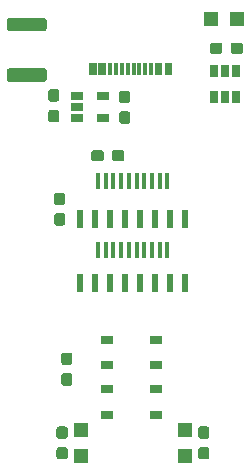
<source format=gbr>
G04 #@! TF.GenerationSoftware,KiCad,Pcbnew,(5.0.0)*
G04 #@! TF.CreationDate,2020-08-04T11:38:10+01:00*
G04 #@! TF.ProjectId,CH552-USB-Devboard,43483535322D5553422D446576626F61,rev?*
G04 #@! TF.SameCoordinates,Original*
G04 #@! TF.FileFunction,Paste,Top*
G04 #@! TF.FilePolarity,Positive*
%FSLAX46Y46*%
G04 Gerber Fmt 4.6, Leading zero omitted, Abs format (unit mm)*
G04 Created by KiCad (PCBNEW (5.0.0)) date 08/04/20 11:38:10*
%MOMM*%
%LPD*%
G01*
G04 APERTURE LIST*
%ADD10R,1.060000X0.650000*%
%ADD11C,0.100000*%
%ADD12C,0.950000*%
%ADD13C,1.125000*%
%ADD14R,0.650000X1.060000*%
%ADD15R,0.300000X1.140000*%
%ADD16R,1.050000X0.650000*%
%ADD17R,0.600000X1.500000*%
%ADD18R,0.450000X1.450000*%
%ADD19R,1.200000X1.200000*%
G04 APERTURE END LIST*
D10*
G04 #@! TO.C,U3*
X80500000Y-69550000D03*
X80500000Y-70500000D03*
X80500000Y-71450000D03*
X82700000Y-71450000D03*
X82700000Y-69550000D03*
G04 #@! TD*
D11*
G04 #@! TO.C,C1*
G36*
X79260779Y-77726144D02*
X79283834Y-77729563D01*
X79306443Y-77735227D01*
X79328387Y-77743079D01*
X79349457Y-77753044D01*
X79369448Y-77765026D01*
X79388168Y-77778910D01*
X79405438Y-77794562D01*
X79421090Y-77811832D01*
X79434974Y-77830552D01*
X79446956Y-77850543D01*
X79456921Y-77871613D01*
X79464773Y-77893557D01*
X79470437Y-77916166D01*
X79473856Y-77939221D01*
X79475000Y-77962500D01*
X79475000Y-78537500D01*
X79473856Y-78560779D01*
X79470437Y-78583834D01*
X79464773Y-78606443D01*
X79456921Y-78628387D01*
X79446956Y-78649457D01*
X79434974Y-78669448D01*
X79421090Y-78688168D01*
X79405438Y-78705438D01*
X79388168Y-78721090D01*
X79369448Y-78734974D01*
X79349457Y-78746956D01*
X79328387Y-78756921D01*
X79306443Y-78764773D01*
X79283834Y-78770437D01*
X79260779Y-78773856D01*
X79237500Y-78775000D01*
X78762500Y-78775000D01*
X78739221Y-78773856D01*
X78716166Y-78770437D01*
X78693557Y-78764773D01*
X78671613Y-78756921D01*
X78650543Y-78746956D01*
X78630552Y-78734974D01*
X78611832Y-78721090D01*
X78594562Y-78705438D01*
X78578910Y-78688168D01*
X78565026Y-78669448D01*
X78553044Y-78649457D01*
X78543079Y-78628387D01*
X78535227Y-78606443D01*
X78529563Y-78583834D01*
X78526144Y-78560779D01*
X78525000Y-78537500D01*
X78525000Y-77962500D01*
X78526144Y-77939221D01*
X78529563Y-77916166D01*
X78535227Y-77893557D01*
X78543079Y-77871613D01*
X78553044Y-77850543D01*
X78565026Y-77830552D01*
X78578910Y-77811832D01*
X78594562Y-77794562D01*
X78611832Y-77778910D01*
X78630552Y-77765026D01*
X78650543Y-77753044D01*
X78671613Y-77743079D01*
X78693557Y-77735227D01*
X78716166Y-77729563D01*
X78739221Y-77726144D01*
X78762500Y-77725000D01*
X79237500Y-77725000D01*
X79260779Y-77726144D01*
X79260779Y-77726144D01*
G37*
D12*
X79000000Y-78250000D03*
D11*
G36*
X79260779Y-79476144D02*
X79283834Y-79479563D01*
X79306443Y-79485227D01*
X79328387Y-79493079D01*
X79349457Y-79503044D01*
X79369448Y-79515026D01*
X79388168Y-79528910D01*
X79405438Y-79544562D01*
X79421090Y-79561832D01*
X79434974Y-79580552D01*
X79446956Y-79600543D01*
X79456921Y-79621613D01*
X79464773Y-79643557D01*
X79470437Y-79666166D01*
X79473856Y-79689221D01*
X79475000Y-79712500D01*
X79475000Y-80287500D01*
X79473856Y-80310779D01*
X79470437Y-80333834D01*
X79464773Y-80356443D01*
X79456921Y-80378387D01*
X79446956Y-80399457D01*
X79434974Y-80419448D01*
X79421090Y-80438168D01*
X79405438Y-80455438D01*
X79388168Y-80471090D01*
X79369448Y-80484974D01*
X79349457Y-80496956D01*
X79328387Y-80506921D01*
X79306443Y-80514773D01*
X79283834Y-80520437D01*
X79260779Y-80523856D01*
X79237500Y-80525000D01*
X78762500Y-80525000D01*
X78739221Y-80523856D01*
X78716166Y-80520437D01*
X78693557Y-80514773D01*
X78671613Y-80506921D01*
X78650543Y-80496956D01*
X78630552Y-80484974D01*
X78611832Y-80471090D01*
X78594562Y-80455438D01*
X78578910Y-80438168D01*
X78565026Y-80419448D01*
X78553044Y-80399457D01*
X78543079Y-80378387D01*
X78535227Y-80356443D01*
X78529563Y-80333834D01*
X78526144Y-80310779D01*
X78525000Y-80287500D01*
X78525000Y-79712500D01*
X78526144Y-79689221D01*
X78529563Y-79666166D01*
X78535227Y-79643557D01*
X78543079Y-79621613D01*
X78553044Y-79600543D01*
X78565026Y-79580552D01*
X78578910Y-79561832D01*
X78594562Y-79544562D01*
X78611832Y-79528910D01*
X78630552Y-79515026D01*
X78650543Y-79503044D01*
X78671613Y-79493079D01*
X78693557Y-79485227D01*
X78716166Y-79479563D01*
X78739221Y-79476144D01*
X78762500Y-79475000D01*
X79237500Y-79475000D01*
X79260779Y-79476144D01*
X79260779Y-79476144D01*
G37*
D12*
X79000000Y-80000000D03*
G04 #@! TD*
D11*
G04 #@! TO.C,C7*
G36*
X84760779Y-69101144D02*
X84783834Y-69104563D01*
X84806443Y-69110227D01*
X84828387Y-69118079D01*
X84849457Y-69128044D01*
X84869448Y-69140026D01*
X84888168Y-69153910D01*
X84905438Y-69169562D01*
X84921090Y-69186832D01*
X84934974Y-69205552D01*
X84946956Y-69225543D01*
X84956921Y-69246613D01*
X84964773Y-69268557D01*
X84970437Y-69291166D01*
X84973856Y-69314221D01*
X84975000Y-69337500D01*
X84975000Y-69912500D01*
X84973856Y-69935779D01*
X84970437Y-69958834D01*
X84964773Y-69981443D01*
X84956921Y-70003387D01*
X84946956Y-70024457D01*
X84934974Y-70044448D01*
X84921090Y-70063168D01*
X84905438Y-70080438D01*
X84888168Y-70096090D01*
X84869448Y-70109974D01*
X84849457Y-70121956D01*
X84828387Y-70131921D01*
X84806443Y-70139773D01*
X84783834Y-70145437D01*
X84760779Y-70148856D01*
X84737500Y-70150000D01*
X84262500Y-70150000D01*
X84239221Y-70148856D01*
X84216166Y-70145437D01*
X84193557Y-70139773D01*
X84171613Y-70131921D01*
X84150543Y-70121956D01*
X84130552Y-70109974D01*
X84111832Y-70096090D01*
X84094562Y-70080438D01*
X84078910Y-70063168D01*
X84065026Y-70044448D01*
X84053044Y-70024457D01*
X84043079Y-70003387D01*
X84035227Y-69981443D01*
X84029563Y-69958834D01*
X84026144Y-69935779D01*
X84025000Y-69912500D01*
X84025000Y-69337500D01*
X84026144Y-69314221D01*
X84029563Y-69291166D01*
X84035227Y-69268557D01*
X84043079Y-69246613D01*
X84053044Y-69225543D01*
X84065026Y-69205552D01*
X84078910Y-69186832D01*
X84094562Y-69169562D01*
X84111832Y-69153910D01*
X84130552Y-69140026D01*
X84150543Y-69128044D01*
X84171613Y-69118079D01*
X84193557Y-69110227D01*
X84216166Y-69104563D01*
X84239221Y-69101144D01*
X84262500Y-69100000D01*
X84737500Y-69100000D01*
X84760779Y-69101144D01*
X84760779Y-69101144D01*
G37*
D12*
X84500000Y-69625000D03*
D11*
G36*
X84760779Y-70851144D02*
X84783834Y-70854563D01*
X84806443Y-70860227D01*
X84828387Y-70868079D01*
X84849457Y-70878044D01*
X84869448Y-70890026D01*
X84888168Y-70903910D01*
X84905438Y-70919562D01*
X84921090Y-70936832D01*
X84934974Y-70955552D01*
X84946956Y-70975543D01*
X84956921Y-70996613D01*
X84964773Y-71018557D01*
X84970437Y-71041166D01*
X84973856Y-71064221D01*
X84975000Y-71087500D01*
X84975000Y-71662500D01*
X84973856Y-71685779D01*
X84970437Y-71708834D01*
X84964773Y-71731443D01*
X84956921Y-71753387D01*
X84946956Y-71774457D01*
X84934974Y-71794448D01*
X84921090Y-71813168D01*
X84905438Y-71830438D01*
X84888168Y-71846090D01*
X84869448Y-71859974D01*
X84849457Y-71871956D01*
X84828387Y-71881921D01*
X84806443Y-71889773D01*
X84783834Y-71895437D01*
X84760779Y-71898856D01*
X84737500Y-71900000D01*
X84262500Y-71900000D01*
X84239221Y-71898856D01*
X84216166Y-71895437D01*
X84193557Y-71889773D01*
X84171613Y-71881921D01*
X84150543Y-71871956D01*
X84130552Y-71859974D01*
X84111832Y-71846090D01*
X84094562Y-71830438D01*
X84078910Y-71813168D01*
X84065026Y-71794448D01*
X84053044Y-71774457D01*
X84043079Y-71753387D01*
X84035227Y-71731443D01*
X84029563Y-71708834D01*
X84026144Y-71685779D01*
X84025000Y-71662500D01*
X84025000Y-71087500D01*
X84026144Y-71064221D01*
X84029563Y-71041166D01*
X84035227Y-71018557D01*
X84043079Y-70996613D01*
X84053044Y-70975543D01*
X84065026Y-70955552D01*
X84078910Y-70936832D01*
X84094562Y-70919562D01*
X84111832Y-70903910D01*
X84130552Y-70890026D01*
X84150543Y-70878044D01*
X84171613Y-70868079D01*
X84193557Y-70860227D01*
X84216166Y-70854563D01*
X84239221Y-70851144D01*
X84262500Y-70850000D01*
X84737500Y-70850000D01*
X84760779Y-70851144D01*
X84760779Y-70851144D01*
G37*
D12*
X84500000Y-71375000D03*
G04 #@! TD*
D11*
G04 #@! TO.C,D4*
G36*
X77674505Y-67213704D02*
X77698773Y-67217304D01*
X77722572Y-67223265D01*
X77745671Y-67231530D01*
X77767850Y-67242020D01*
X77788893Y-67254632D01*
X77808599Y-67269247D01*
X77826777Y-67285723D01*
X77843253Y-67303901D01*
X77857868Y-67323607D01*
X77870480Y-67344650D01*
X77880970Y-67366829D01*
X77889235Y-67389928D01*
X77895196Y-67413727D01*
X77898796Y-67437995D01*
X77900000Y-67462499D01*
X77900000Y-68087501D01*
X77898796Y-68112005D01*
X77895196Y-68136273D01*
X77889235Y-68160072D01*
X77880970Y-68183171D01*
X77870480Y-68205350D01*
X77857868Y-68226393D01*
X77843253Y-68246099D01*
X77826777Y-68264277D01*
X77808599Y-68280753D01*
X77788893Y-68295368D01*
X77767850Y-68307980D01*
X77745671Y-68318470D01*
X77722572Y-68326735D01*
X77698773Y-68332696D01*
X77674505Y-68336296D01*
X77650001Y-68337500D01*
X74749999Y-68337500D01*
X74725495Y-68336296D01*
X74701227Y-68332696D01*
X74677428Y-68326735D01*
X74654329Y-68318470D01*
X74632150Y-68307980D01*
X74611107Y-68295368D01*
X74591401Y-68280753D01*
X74573223Y-68264277D01*
X74556747Y-68246099D01*
X74542132Y-68226393D01*
X74529520Y-68205350D01*
X74519030Y-68183171D01*
X74510765Y-68160072D01*
X74504804Y-68136273D01*
X74501204Y-68112005D01*
X74500000Y-68087501D01*
X74500000Y-67462499D01*
X74501204Y-67437995D01*
X74504804Y-67413727D01*
X74510765Y-67389928D01*
X74519030Y-67366829D01*
X74529520Y-67344650D01*
X74542132Y-67323607D01*
X74556747Y-67303901D01*
X74573223Y-67285723D01*
X74591401Y-67269247D01*
X74611107Y-67254632D01*
X74632150Y-67242020D01*
X74654329Y-67231530D01*
X74677428Y-67223265D01*
X74701227Y-67217304D01*
X74725495Y-67213704D01*
X74749999Y-67212500D01*
X77650001Y-67212500D01*
X77674505Y-67213704D01*
X77674505Y-67213704D01*
G37*
D13*
X76200000Y-67775000D03*
D11*
G36*
X77674505Y-62938704D02*
X77698773Y-62942304D01*
X77722572Y-62948265D01*
X77745671Y-62956530D01*
X77767850Y-62967020D01*
X77788893Y-62979632D01*
X77808599Y-62994247D01*
X77826777Y-63010723D01*
X77843253Y-63028901D01*
X77857868Y-63048607D01*
X77870480Y-63069650D01*
X77880970Y-63091829D01*
X77889235Y-63114928D01*
X77895196Y-63138727D01*
X77898796Y-63162995D01*
X77900000Y-63187499D01*
X77900000Y-63812501D01*
X77898796Y-63837005D01*
X77895196Y-63861273D01*
X77889235Y-63885072D01*
X77880970Y-63908171D01*
X77870480Y-63930350D01*
X77857868Y-63951393D01*
X77843253Y-63971099D01*
X77826777Y-63989277D01*
X77808599Y-64005753D01*
X77788893Y-64020368D01*
X77767850Y-64032980D01*
X77745671Y-64043470D01*
X77722572Y-64051735D01*
X77698773Y-64057696D01*
X77674505Y-64061296D01*
X77650001Y-64062500D01*
X74749999Y-64062500D01*
X74725495Y-64061296D01*
X74701227Y-64057696D01*
X74677428Y-64051735D01*
X74654329Y-64043470D01*
X74632150Y-64032980D01*
X74611107Y-64020368D01*
X74591401Y-64005753D01*
X74573223Y-63989277D01*
X74556747Y-63971099D01*
X74542132Y-63951393D01*
X74529520Y-63930350D01*
X74519030Y-63908171D01*
X74510765Y-63885072D01*
X74504804Y-63861273D01*
X74501204Y-63837005D01*
X74500000Y-63812501D01*
X74500000Y-63187499D01*
X74501204Y-63162995D01*
X74504804Y-63138727D01*
X74510765Y-63114928D01*
X74519030Y-63091829D01*
X74529520Y-63069650D01*
X74542132Y-63048607D01*
X74556747Y-63028901D01*
X74573223Y-63010723D01*
X74591401Y-62994247D01*
X74611107Y-62979632D01*
X74632150Y-62967020D01*
X74654329Y-62956530D01*
X74677428Y-62948265D01*
X74701227Y-62942304D01*
X74725495Y-62938704D01*
X74749999Y-62937500D01*
X77650001Y-62937500D01*
X77674505Y-62938704D01*
X77674505Y-62938704D01*
G37*
D13*
X76200000Y-63500000D03*
G04 #@! TD*
D14*
G04 #@! TO.C,Q1*
X93000000Y-67400000D03*
X92050000Y-67400000D03*
X93950000Y-67400000D03*
X93950000Y-69600000D03*
X93000000Y-69600000D03*
X92050000Y-69600000D03*
G04 #@! TD*
D15*
G04 #@! TO.C,J3*
X84750000Y-67250000D03*
X85250000Y-67250000D03*
X85750000Y-67250000D03*
X84250000Y-67250000D03*
X86250000Y-67250000D03*
X86750000Y-67250000D03*
X83750000Y-67250000D03*
X83250000Y-67250000D03*
X87500000Y-67250000D03*
X87250000Y-67250000D03*
X88050000Y-67250000D03*
X88350000Y-67250000D03*
X82750000Y-67250000D03*
X82450000Y-67250000D03*
X81950000Y-67250000D03*
X81650000Y-67250000D03*
G04 #@! TD*
D16*
G04 #@! TO.C,SW2*
X87150000Y-92350000D03*
X83000000Y-92350000D03*
X87150000Y-90200000D03*
X83000000Y-90200000D03*
G04 #@! TD*
G04 #@! TO.C,SW1*
X83000000Y-94400000D03*
X87150000Y-94400000D03*
X83000000Y-96550000D03*
X87150000Y-96550000D03*
G04 #@! TD*
D11*
G04 #@! TO.C,C2*
G36*
X82510779Y-74126144D02*
X82533834Y-74129563D01*
X82556443Y-74135227D01*
X82578387Y-74143079D01*
X82599457Y-74153044D01*
X82619448Y-74165026D01*
X82638168Y-74178910D01*
X82655438Y-74194562D01*
X82671090Y-74211832D01*
X82684974Y-74230552D01*
X82696956Y-74250543D01*
X82706921Y-74271613D01*
X82714773Y-74293557D01*
X82720437Y-74316166D01*
X82723856Y-74339221D01*
X82725000Y-74362500D01*
X82725000Y-74837500D01*
X82723856Y-74860779D01*
X82720437Y-74883834D01*
X82714773Y-74906443D01*
X82706921Y-74928387D01*
X82696956Y-74949457D01*
X82684974Y-74969448D01*
X82671090Y-74988168D01*
X82655438Y-75005438D01*
X82638168Y-75021090D01*
X82619448Y-75034974D01*
X82599457Y-75046956D01*
X82578387Y-75056921D01*
X82556443Y-75064773D01*
X82533834Y-75070437D01*
X82510779Y-75073856D01*
X82487500Y-75075000D01*
X81912500Y-75075000D01*
X81889221Y-75073856D01*
X81866166Y-75070437D01*
X81843557Y-75064773D01*
X81821613Y-75056921D01*
X81800543Y-75046956D01*
X81780552Y-75034974D01*
X81761832Y-75021090D01*
X81744562Y-75005438D01*
X81728910Y-74988168D01*
X81715026Y-74969448D01*
X81703044Y-74949457D01*
X81693079Y-74928387D01*
X81685227Y-74906443D01*
X81679563Y-74883834D01*
X81676144Y-74860779D01*
X81675000Y-74837500D01*
X81675000Y-74362500D01*
X81676144Y-74339221D01*
X81679563Y-74316166D01*
X81685227Y-74293557D01*
X81693079Y-74271613D01*
X81703044Y-74250543D01*
X81715026Y-74230552D01*
X81728910Y-74211832D01*
X81744562Y-74194562D01*
X81761832Y-74178910D01*
X81780552Y-74165026D01*
X81800543Y-74153044D01*
X81821613Y-74143079D01*
X81843557Y-74135227D01*
X81866166Y-74129563D01*
X81889221Y-74126144D01*
X81912500Y-74125000D01*
X82487500Y-74125000D01*
X82510779Y-74126144D01*
X82510779Y-74126144D01*
G37*
D12*
X82200000Y-74600000D03*
D11*
G36*
X84260779Y-74126144D02*
X84283834Y-74129563D01*
X84306443Y-74135227D01*
X84328387Y-74143079D01*
X84349457Y-74153044D01*
X84369448Y-74165026D01*
X84388168Y-74178910D01*
X84405438Y-74194562D01*
X84421090Y-74211832D01*
X84434974Y-74230552D01*
X84446956Y-74250543D01*
X84456921Y-74271613D01*
X84464773Y-74293557D01*
X84470437Y-74316166D01*
X84473856Y-74339221D01*
X84475000Y-74362500D01*
X84475000Y-74837500D01*
X84473856Y-74860779D01*
X84470437Y-74883834D01*
X84464773Y-74906443D01*
X84456921Y-74928387D01*
X84446956Y-74949457D01*
X84434974Y-74969448D01*
X84421090Y-74988168D01*
X84405438Y-75005438D01*
X84388168Y-75021090D01*
X84369448Y-75034974D01*
X84349457Y-75046956D01*
X84328387Y-75056921D01*
X84306443Y-75064773D01*
X84283834Y-75070437D01*
X84260779Y-75073856D01*
X84237500Y-75075000D01*
X83662500Y-75075000D01*
X83639221Y-75073856D01*
X83616166Y-75070437D01*
X83593557Y-75064773D01*
X83571613Y-75056921D01*
X83550543Y-75046956D01*
X83530552Y-75034974D01*
X83511832Y-75021090D01*
X83494562Y-75005438D01*
X83478910Y-74988168D01*
X83465026Y-74969448D01*
X83453044Y-74949457D01*
X83443079Y-74928387D01*
X83435227Y-74906443D01*
X83429563Y-74883834D01*
X83426144Y-74860779D01*
X83425000Y-74837500D01*
X83425000Y-74362500D01*
X83426144Y-74339221D01*
X83429563Y-74316166D01*
X83435227Y-74293557D01*
X83443079Y-74271613D01*
X83453044Y-74250543D01*
X83465026Y-74230552D01*
X83478910Y-74211832D01*
X83494562Y-74194562D01*
X83511832Y-74178910D01*
X83530552Y-74165026D01*
X83550543Y-74153044D01*
X83571613Y-74143079D01*
X83593557Y-74135227D01*
X83616166Y-74129563D01*
X83639221Y-74126144D01*
X83662500Y-74125000D01*
X84237500Y-74125000D01*
X84260779Y-74126144D01*
X84260779Y-74126144D01*
G37*
D12*
X83950000Y-74600000D03*
G04 #@! TD*
D11*
G04 #@! TO.C,C3*
G36*
X79860779Y-91276144D02*
X79883834Y-91279563D01*
X79906443Y-91285227D01*
X79928387Y-91293079D01*
X79949457Y-91303044D01*
X79969448Y-91315026D01*
X79988168Y-91328910D01*
X80005438Y-91344562D01*
X80021090Y-91361832D01*
X80034974Y-91380552D01*
X80046956Y-91400543D01*
X80056921Y-91421613D01*
X80064773Y-91443557D01*
X80070437Y-91466166D01*
X80073856Y-91489221D01*
X80075000Y-91512500D01*
X80075000Y-92087500D01*
X80073856Y-92110779D01*
X80070437Y-92133834D01*
X80064773Y-92156443D01*
X80056921Y-92178387D01*
X80046956Y-92199457D01*
X80034974Y-92219448D01*
X80021090Y-92238168D01*
X80005438Y-92255438D01*
X79988168Y-92271090D01*
X79969448Y-92284974D01*
X79949457Y-92296956D01*
X79928387Y-92306921D01*
X79906443Y-92314773D01*
X79883834Y-92320437D01*
X79860779Y-92323856D01*
X79837500Y-92325000D01*
X79362500Y-92325000D01*
X79339221Y-92323856D01*
X79316166Y-92320437D01*
X79293557Y-92314773D01*
X79271613Y-92306921D01*
X79250543Y-92296956D01*
X79230552Y-92284974D01*
X79211832Y-92271090D01*
X79194562Y-92255438D01*
X79178910Y-92238168D01*
X79165026Y-92219448D01*
X79153044Y-92199457D01*
X79143079Y-92178387D01*
X79135227Y-92156443D01*
X79129563Y-92133834D01*
X79126144Y-92110779D01*
X79125000Y-92087500D01*
X79125000Y-91512500D01*
X79126144Y-91489221D01*
X79129563Y-91466166D01*
X79135227Y-91443557D01*
X79143079Y-91421613D01*
X79153044Y-91400543D01*
X79165026Y-91380552D01*
X79178910Y-91361832D01*
X79194562Y-91344562D01*
X79211832Y-91328910D01*
X79230552Y-91315026D01*
X79250543Y-91303044D01*
X79271613Y-91293079D01*
X79293557Y-91285227D01*
X79316166Y-91279563D01*
X79339221Y-91276144D01*
X79362500Y-91275000D01*
X79837500Y-91275000D01*
X79860779Y-91276144D01*
X79860779Y-91276144D01*
G37*
D12*
X79600000Y-91800000D03*
D11*
G36*
X79860779Y-93026144D02*
X79883834Y-93029563D01*
X79906443Y-93035227D01*
X79928387Y-93043079D01*
X79949457Y-93053044D01*
X79969448Y-93065026D01*
X79988168Y-93078910D01*
X80005438Y-93094562D01*
X80021090Y-93111832D01*
X80034974Y-93130552D01*
X80046956Y-93150543D01*
X80056921Y-93171613D01*
X80064773Y-93193557D01*
X80070437Y-93216166D01*
X80073856Y-93239221D01*
X80075000Y-93262500D01*
X80075000Y-93837500D01*
X80073856Y-93860779D01*
X80070437Y-93883834D01*
X80064773Y-93906443D01*
X80056921Y-93928387D01*
X80046956Y-93949457D01*
X80034974Y-93969448D01*
X80021090Y-93988168D01*
X80005438Y-94005438D01*
X79988168Y-94021090D01*
X79969448Y-94034974D01*
X79949457Y-94046956D01*
X79928387Y-94056921D01*
X79906443Y-94064773D01*
X79883834Y-94070437D01*
X79860779Y-94073856D01*
X79837500Y-94075000D01*
X79362500Y-94075000D01*
X79339221Y-94073856D01*
X79316166Y-94070437D01*
X79293557Y-94064773D01*
X79271613Y-94056921D01*
X79250543Y-94046956D01*
X79230552Y-94034974D01*
X79211832Y-94021090D01*
X79194562Y-94005438D01*
X79178910Y-93988168D01*
X79165026Y-93969448D01*
X79153044Y-93949457D01*
X79143079Y-93928387D01*
X79135227Y-93906443D01*
X79129563Y-93883834D01*
X79126144Y-93860779D01*
X79125000Y-93837500D01*
X79125000Y-93262500D01*
X79126144Y-93239221D01*
X79129563Y-93216166D01*
X79135227Y-93193557D01*
X79143079Y-93171613D01*
X79153044Y-93150543D01*
X79165026Y-93130552D01*
X79178910Y-93111832D01*
X79194562Y-93094562D01*
X79211832Y-93078910D01*
X79230552Y-93065026D01*
X79250543Y-93053044D01*
X79271613Y-93043079D01*
X79293557Y-93035227D01*
X79316166Y-93029563D01*
X79339221Y-93026144D01*
X79362500Y-93025000D01*
X79837500Y-93025000D01*
X79860779Y-93026144D01*
X79860779Y-93026144D01*
G37*
D12*
X79600000Y-93550000D03*
G04 #@! TD*
D11*
G04 #@! TO.C,C4*
G36*
X78760779Y-68976144D02*
X78783834Y-68979563D01*
X78806443Y-68985227D01*
X78828387Y-68993079D01*
X78849457Y-69003044D01*
X78869448Y-69015026D01*
X78888168Y-69028910D01*
X78905438Y-69044562D01*
X78921090Y-69061832D01*
X78934974Y-69080552D01*
X78946956Y-69100543D01*
X78956921Y-69121613D01*
X78964773Y-69143557D01*
X78970437Y-69166166D01*
X78973856Y-69189221D01*
X78975000Y-69212500D01*
X78975000Y-69787500D01*
X78973856Y-69810779D01*
X78970437Y-69833834D01*
X78964773Y-69856443D01*
X78956921Y-69878387D01*
X78946956Y-69899457D01*
X78934974Y-69919448D01*
X78921090Y-69938168D01*
X78905438Y-69955438D01*
X78888168Y-69971090D01*
X78869448Y-69984974D01*
X78849457Y-69996956D01*
X78828387Y-70006921D01*
X78806443Y-70014773D01*
X78783834Y-70020437D01*
X78760779Y-70023856D01*
X78737500Y-70025000D01*
X78262500Y-70025000D01*
X78239221Y-70023856D01*
X78216166Y-70020437D01*
X78193557Y-70014773D01*
X78171613Y-70006921D01*
X78150543Y-69996956D01*
X78130552Y-69984974D01*
X78111832Y-69971090D01*
X78094562Y-69955438D01*
X78078910Y-69938168D01*
X78065026Y-69919448D01*
X78053044Y-69899457D01*
X78043079Y-69878387D01*
X78035227Y-69856443D01*
X78029563Y-69833834D01*
X78026144Y-69810779D01*
X78025000Y-69787500D01*
X78025000Y-69212500D01*
X78026144Y-69189221D01*
X78029563Y-69166166D01*
X78035227Y-69143557D01*
X78043079Y-69121613D01*
X78053044Y-69100543D01*
X78065026Y-69080552D01*
X78078910Y-69061832D01*
X78094562Y-69044562D01*
X78111832Y-69028910D01*
X78130552Y-69015026D01*
X78150543Y-69003044D01*
X78171613Y-68993079D01*
X78193557Y-68985227D01*
X78216166Y-68979563D01*
X78239221Y-68976144D01*
X78262500Y-68975000D01*
X78737500Y-68975000D01*
X78760779Y-68976144D01*
X78760779Y-68976144D01*
G37*
D12*
X78500000Y-69500000D03*
D11*
G36*
X78760779Y-70726144D02*
X78783834Y-70729563D01*
X78806443Y-70735227D01*
X78828387Y-70743079D01*
X78849457Y-70753044D01*
X78869448Y-70765026D01*
X78888168Y-70778910D01*
X78905438Y-70794562D01*
X78921090Y-70811832D01*
X78934974Y-70830552D01*
X78946956Y-70850543D01*
X78956921Y-70871613D01*
X78964773Y-70893557D01*
X78970437Y-70916166D01*
X78973856Y-70939221D01*
X78975000Y-70962500D01*
X78975000Y-71537500D01*
X78973856Y-71560779D01*
X78970437Y-71583834D01*
X78964773Y-71606443D01*
X78956921Y-71628387D01*
X78946956Y-71649457D01*
X78934974Y-71669448D01*
X78921090Y-71688168D01*
X78905438Y-71705438D01*
X78888168Y-71721090D01*
X78869448Y-71734974D01*
X78849457Y-71746956D01*
X78828387Y-71756921D01*
X78806443Y-71764773D01*
X78783834Y-71770437D01*
X78760779Y-71773856D01*
X78737500Y-71775000D01*
X78262500Y-71775000D01*
X78239221Y-71773856D01*
X78216166Y-71770437D01*
X78193557Y-71764773D01*
X78171613Y-71756921D01*
X78150543Y-71746956D01*
X78130552Y-71734974D01*
X78111832Y-71721090D01*
X78094562Y-71705438D01*
X78078910Y-71688168D01*
X78065026Y-71669448D01*
X78053044Y-71649457D01*
X78043079Y-71628387D01*
X78035227Y-71606443D01*
X78029563Y-71583834D01*
X78026144Y-71560779D01*
X78025000Y-71537500D01*
X78025000Y-70962500D01*
X78026144Y-70939221D01*
X78029563Y-70916166D01*
X78035227Y-70893557D01*
X78043079Y-70871613D01*
X78053044Y-70850543D01*
X78065026Y-70830552D01*
X78078910Y-70811832D01*
X78094562Y-70794562D01*
X78111832Y-70778910D01*
X78130552Y-70765026D01*
X78150543Y-70753044D01*
X78171613Y-70743079D01*
X78193557Y-70735227D01*
X78216166Y-70729563D01*
X78239221Y-70726144D01*
X78262500Y-70725000D01*
X78737500Y-70725000D01*
X78760779Y-70726144D01*
X78760779Y-70726144D01*
G37*
D12*
X78500000Y-71250000D03*
G04 #@! TD*
D17*
G04 #@! TO.C,U2*
X80734192Y-79980020D03*
X82004192Y-79980020D03*
X83274192Y-79980020D03*
X84544192Y-79980020D03*
X85814192Y-79980020D03*
X87084192Y-79980020D03*
X88354192Y-79980020D03*
X89624192Y-79980020D03*
X89624192Y-85380020D03*
X88354192Y-85380020D03*
X87084192Y-85380020D03*
X85814192Y-85380020D03*
X84544192Y-85380020D03*
X83274192Y-85380020D03*
X82004192Y-85380020D03*
X80734192Y-85380020D03*
G04 #@! TD*
D18*
G04 #@! TO.C,U1*
X82254192Y-76730020D03*
X82904192Y-76730020D03*
X83554192Y-76730020D03*
X84204192Y-76730020D03*
X84854192Y-76730020D03*
X85504192Y-76730020D03*
X86154192Y-76730020D03*
X86804192Y-76730020D03*
X87454192Y-76730020D03*
X88104192Y-76730020D03*
X88104192Y-82630020D03*
X87454192Y-82630020D03*
X86804192Y-82630020D03*
X86154192Y-82630020D03*
X85504192Y-82630020D03*
X84854192Y-82630020D03*
X84204192Y-82630020D03*
X83554192Y-82630020D03*
X82904192Y-82630020D03*
X82254192Y-82630020D03*
G04 #@! TD*
D19*
G04 #@! TO.C,D3*
X94000000Y-63000000D03*
X91800000Y-63000000D03*
G04 #@! TD*
G04 #@! TO.C,D2*
X80800000Y-97800000D03*
X80800000Y-100000000D03*
G04 #@! TD*
G04 #@! TO.C,D1*
X89600000Y-100000000D03*
X89600000Y-97800000D03*
G04 #@! TD*
D11*
G04 #@! TO.C,R4*
G36*
X79460779Y-99276144D02*
X79483834Y-99279563D01*
X79506443Y-99285227D01*
X79528387Y-99293079D01*
X79549457Y-99303044D01*
X79569448Y-99315026D01*
X79588168Y-99328910D01*
X79605438Y-99344562D01*
X79621090Y-99361832D01*
X79634974Y-99380552D01*
X79646956Y-99400543D01*
X79656921Y-99421613D01*
X79664773Y-99443557D01*
X79670437Y-99466166D01*
X79673856Y-99489221D01*
X79675000Y-99512500D01*
X79675000Y-100087500D01*
X79673856Y-100110779D01*
X79670437Y-100133834D01*
X79664773Y-100156443D01*
X79656921Y-100178387D01*
X79646956Y-100199457D01*
X79634974Y-100219448D01*
X79621090Y-100238168D01*
X79605438Y-100255438D01*
X79588168Y-100271090D01*
X79569448Y-100284974D01*
X79549457Y-100296956D01*
X79528387Y-100306921D01*
X79506443Y-100314773D01*
X79483834Y-100320437D01*
X79460779Y-100323856D01*
X79437500Y-100325000D01*
X78962500Y-100325000D01*
X78939221Y-100323856D01*
X78916166Y-100320437D01*
X78893557Y-100314773D01*
X78871613Y-100306921D01*
X78850543Y-100296956D01*
X78830552Y-100284974D01*
X78811832Y-100271090D01*
X78794562Y-100255438D01*
X78778910Y-100238168D01*
X78765026Y-100219448D01*
X78753044Y-100199457D01*
X78743079Y-100178387D01*
X78735227Y-100156443D01*
X78729563Y-100133834D01*
X78726144Y-100110779D01*
X78725000Y-100087500D01*
X78725000Y-99512500D01*
X78726144Y-99489221D01*
X78729563Y-99466166D01*
X78735227Y-99443557D01*
X78743079Y-99421613D01*
X78753044Y-99400543D01*
X78765026Y-99380552D01*
X78778910Y-99361832D01*
X78794562Y-99344562D01*
X78811832Y-99328910D01*
X78830552Y-99315026D01*
X78850543Y-99303044D01*
X78871613Y-99293079D01*
X78893557Y-99285227D01*
X78916166Y-99279563D01*
X78939221Y-99276144D01*
X78962500Y-99275000D01*
X79437500Y-99275000D01*
X79460779Y-99276144D01*
X79460779Y-99276144D01*
G37*
D12*
X79200000Y-99800000D03*
D11*
G36*
X79460779Y-97526144D02*
X79483834Y-97529563D01*
X79506443Y-97535227D01*
X79528387Y-97543079D01*
X79549457Y-97553044D01*
X79569448Y-97565026D01*
X79588168Y-97578910D01*
X79605438Y-97594562D01*
X79621090Y-97611832D01*
X79634974Y-97630552D01*
X79646956Y-97650543D01*
X79656921Y-97671613D01*
X79664773Y-97693557D01*
X79670437Y-97716166D01*
X79673856Y-97739221D01*
X79675000Y-97762500D01*
X79675000Y-98337500D01*
X79673856Y-98360779D01*
X79670437Y-98383834D01*
X79664773Y-98406443D01*
X79656921Y-98428387D01*
X79646956Y-98449457D01*
X79634974Y-98469448D01*
X79621090Y-98488168D01*
X79605438Y-98505438D01*
X79588168Y-98521090D01*
X79569448Y-98534974D01*
X79549457Y-98546956D01*
X79528387Y-98556921D01*
X79506443Y-98564773D01*
X79483834Y-98570437D01*
X79460779Y-98573856D01*
X79437500Y-98575000D01*
X78962500Y-98575000D01*
X78939221Y-98573856D01*
X78916166Y-98570437D01*
X78893557Y-98564773D01*
X78871613Y-98556921D01*
X78850543Y-98546956D01*
X78830552Y-98534974D01*
X78811832Y-98521090D01*
X78794562Y-98505438D01*
X78778910Y-98488168D01*
X78765026Y-98469448D01*
X78753044Y-98449457D01*
X78743079Y-98428387D01*
X78735227Y-98406443D01*
X78729563Y-98383834D01*
X78726144Y-98360779D01*
X78725000Y-98337500D01*
X78725000Y-97762500D01*
X78726144Y-97739221D01*
X78729563Y-97716166D01*
X78735227Y-97693557D01*
X78743079Y-97671613D01*
X78753044Y-97650543D01*
X78765026Y-97630552D01*
X78778910Y-97611832D01*
X78794562Y-97594562D01*
X78811832Y-97578910D01*
X78830552Y-97565026D01*
X78850543Y-97553044D01*
X78871613Y-97543079D01*
X78893557Y-97535227D01*
X78916166Y-97529563D01*
X78939221Y-97526144D01*
X78962500Y-97525000D01*
X79437500Y-97525000D01*
X79460779Y-97526144D01*
X79460779Y-97526144D01*
G37*
D12*
X79200000Y-98050000D03*
G04 #@! TD*
D11*
G04 #@! TO.C,R5*
G36*
X94310779Y-65026144D02*
X94333834Y-65029563D01*
X94356443Y-65035227D01*
X94378387Y-65043079D01*
X94399457Y-65053044D01*
X94419448Y-65065026D01*
X94438168Y-65078910D01*
X94455438Y-65094562D01*
X94471090Y-65111832D01*
X94484974Y-65130552D01*
X94496956Y-65150543D01*
X94506921Y-65171613D01*
X94514773Y-65193557D01*
X94520437Y-65216166D01*
X94523856Y-65239221D01*
X94525000Y-65262500D01*
X94525000Y-65737500D01*
X94523856Y-65760779D01*
X94520437Y-65783834D01*
X94514773Y-65806443D01*
X94506921Y-65828387D01*
X94496956Y-65849457D01*
X94484974Y-65869448D01*
X94471090Y-65888168D01*
X94455438Y-65905438D01*
X94438168Y-65921090D01*
X94419448Y-65934974D01*
X94399457Y-65946956D01*
X94378387Y-65956921D01*
X94356443Y-65964773D01*
X94333834Y-65970437D01*
X94310779Y-65973856D01*
X94287500Y-65975000D01*
X93712500Y-65975000D01*
X93689221Y-65973856D01*
X93666166Y-65970437D01*
X93643557Y-65964773D01*
X93621613Y-65956921D01*
X93600543Y-65946956D01*
X93580552Y-65934974D01*
X93561832Y-65921090D01*
X93544562Y-65905438D01*
X93528910Y-65888168D01*
X93515026Y-65869448D01*
X93503044Y-65849457D01*
X93493079Y-65828387D01*
X93485227Y-65806443D01*
X93479563Y-65783834D01*
X93476144Y-65760779D01*
X93475000Y-65737500D01*
X93475000Y-65262500D01*
X93476144Y-65239221D01*
X93479563Y-65216166D01*
X93485227Y-65193557D01*
X93493079Y-65171613D01*
X93503044Y-65150543D01*
X93515026Y-65130552D01*
X93528910Y-65111832D01*
X93544562Y-65094562D01*
X93561832Y-65078910D01*
X93580552Y-65065026D01*
X93600543Y-65053044D01*
X93621613Y-65043079D01*
X93643557Y-65035227D01*
X93666166Y-65029563D01*
X93689221Y-65026144D01*
X93712500Y-65025000D01*
X94287500Y-65025000D01*
X94310779Y-65026144D01*
X94310779Y-65026144D01*
G37*
D12*
X94000000Y-65500000D03*
D11*
G36*
X92560779Y-65026144D02*
X92583834Y-65029563D01*
X92606443Y-65035227D01*
X92628387Y-65043079D01*
X92649457Y-65053044D01*
X92669448Y-65065026D01*
X92688168Y-65078910D01*
X92705438Y-65094562D01*
X92721090Y-65111832D01*
X92734974Y-65130552D01*
X92746956Y-65150543D01*
X92756921Y-65171613D01*
X92764773Y-65193557D01*
X92770437Y-65216166D01*
X92773856Y-65239221D01*
X92775000Y-65262500D01*
X92775000Y-65737500D01*
X92773856Y-65760779D01*
X92770437Y-65783834D01*
X92764773Y-65806443D01*
X92756921Y-65828387D01*
X92746956Y-65849457D01*
X92734974Y-65869448D01*
X92721090Y-65888168D01*
X92705438Y-65905438D01*
X92688168Y-65921090D01*
X92669448Y-65934974D01*
X92649457Y-65946956D01*
X92628387Y-65956921D01*
X92606443Y-65964773D01*
X92583834Y-65970437D01*
X92560779Y-65973856D01*
X92537500Y-65975000D01*
X91962500Y-65975000D01*
X91939221Y-65973856D01*
X91916166Y-65970437D01*
X91893557Y-65964773D01*
X91871613Y-65956921D01*
X91850543Y-65946956D01*
X91830552Y-65934974D01*
X91811832Y-65921090D01*
X91794562Y-65905438D01*
X91778910Y-65888168D01*
X91765026Y-65869448D01*
X91753044Y-65849457D01*
X91743079Y-65828387D01*
X91735227Y-65806443D01*
X91729563Y-65783834D01*
X91726144Y-65760779D01*
X91725000Y-65737500D01*
X91725000Y-65262500D01*
X91726144Y-65239221D01*
X91729563Y-65216166D01*
X91735227Y-65193557D01*
X91743079Y-65171613D01*
X91753044Y-65150543D01*
X91765026Y-65130552D01*
X91778910Y-65111832D01*
X91794562Y-65094562D01*
X91811832Y-65078910D01*
X91830552Y-65065026D01*
X91850543Y-65053044D01*
X91871613Y-65043079D01*
X91893557Y-65035227D01*
X91916166Y-65029563D01*
X91939221Y-65026144D01*
X91962500Y-65025000D01*
X92537500Y-65025000D01*
X92560779Y-65026144D01*
X92560779Y-65026144D01*
G37*
D12*
X92250000Y-65500000D03*
G04 #@! TD*
D11*
G04 #@! TO.C,R3*
G36*
X91460779Y-99276144D02*
X91483834Y-99279563D01*
X91506443Y-99285227D01*
X91528387Y-99293079D01*
X91549457Y-99303044D01*
X91569448Y-99315026D01*
X91588168Y-99328910D01*
X91605438Y-99344562D01*
X91621090Y-99361832D01*
X91634974Y-99380552D01*
X91646956Y-99400543D01*
X91656921Y-99421613D01*
X91664773Y-99443557D01*
X91670437Y-99466166D01*
X91673856Y-99489221D01*
X91675000Y-99512500D01*
X91675000Y-100087500D01*
X91673856Y-100110779D01*
X91670437Y-100133834D01*
X91664773Y-100156443D01*
X91656921Y-100178387D01*
X91646956Y-100199457D01*
X91634974Y-100219448D01*
X91621090Y-100238168D01*
X91605438Y-100255438D01*
X91588168Y-100271090D01*
X91569448Y-100284974D01*
X91549457Y-100296956D01*
X91528387Y-100306921D01*
X91506443Y-100314773D01*
X91483834Y-100320437D01*
X91460779Y-100323856D01*
X91437500Y-100325000D01*
X90962500Y-100325000D01*
X90939221Y-100323856D01*
X90916166Y-100320437D01*
X90893557Y-100314773D01*
X90871613Y-100306921D01*
X90850543Y-100296956D01*
X90830552Y-100284974D01*
X90811832Y-100271090D01*
X90794562Y-100255438D01*
X90778910Y-100238168D01*
X90765026Y-100219448D01*
X90753044Y-100199457D01*
X90743079Y-100178387D01*
X90735227Y-100156443D01*
X90729563Y-100133834D01*
X90726144Y-100110779D01*
X90725000Y-100087500D01*
X90725000Y-99512500D01*
X90726144Y-99489221D01*
X90729563Y-99466166D01*
X90735227Y-99443557D01*
X90743079Y-99421613D01*
X90753044Y-99400543D01*
X90765026Y-99380552D01*
X90778910Y-99361832D01*
X90794562Y-99344562D01*
X90811832Y-99328910D01*
X90830552Y-99315026D01*
X90850543Y-99303044D01*
X90871613Y-99293079D01*
X90893557Y-99285227D01*
X90916166Y-99279563D01*
X90939221Y-99276144D01*
X90962500Y-99275000D01*
X91437500Y-99275000D01*
X91460779Y-99276144D01*
X91460779Y-99276144D01*
G37*
D12*
X91200000Y-99800000D03*
D11*
G36*
X91460779Y-97526144D02*
X91483834Y-97529563D01*
X91506443Y-97535227D01*
X91528387Y-97543079D01*
X91549457Y-97553044D01*
X91569448Y-97565026D01*
X91588168Y-97578910D01*
X91605438Y-97594562D01*
X91621090Y-97611832D01*
X91634974Y-97630552D01*
X91646956Y-97650543D01*
X91656921Y-97671613D01*
X91664773Y-97693557D01*
X91670437Y-97716166D01*
X91673856Y-97739221D01*
X91675000Y-97762500D01*
X91675000Y-98337500D01*
X91673856Y-98360779D01*
X91670437Y-98383834D01*
X91664773Y-98406443D01*
X91656921Y-98428387D01*
X91646956Y-98449457D01*
X91634974Y-98469448D01*
X91621090Y-98488168D01*
X91605438Y-98505438D01*
X91588168Y-98521090D01*
X91569448Y-98534974D01*
X91549457Y-98546956D01*
X91528387Y-98556921D01*
X91506443Y-98564773D01*
X91483834Y-98570437D01*
X91460779Y-98573856D01*
X91437500Y-98575000D01*
X90962500Y-98575000D01*
X90939221Y-98573856D01*
X90916166Y-98570437D01*
X90893557Y-98564773D01*
X90871613Y-98556921D01*
X90850543Y-98546956D01*
X90830552Y-98534974D01*
X90811832Y-98521090D01*
X90794562Y-98505438D01*
X90778910Y-98488168D01*
X90765026Y-98469448D01*
X90753044Y-98449457D01*
X90743079Y-98428387D01*
X90735227Y-98406443D01*
X90729563Y-98383834D01*
X90726144Y-98360779D01*
X90725000Y-98337500D01*
X90725000Y-97762500D01*
X90726144Y-97739221D01*
X90729563Y-97716166D01*
X90735227Y-97693557D01*
X90743079Y-97671613D01*
X90753044Y-97650543D01*
X90765026Y-97630552D01*
X90778910Y-97611832D01*
X90794562Y-97594562D01*
X90811832Y-97578910D01*
X90830552Y-97565026D01*
X90850543Y-97553044D01*
X90871613Y-97543079D01*
X90893557Y-97535227D01*
X90916166Y-97529563D01*
X90939221Y-97526144D01*
X90962500Y-97525000D01*
X91437500Y-97525000D01*
X91460779Y-97526144D01*
X91460779Y-97526144D01*
G37*
D12*
X91200000Y-98050000D03*
G04 #@! TD*
M02*

</source>
